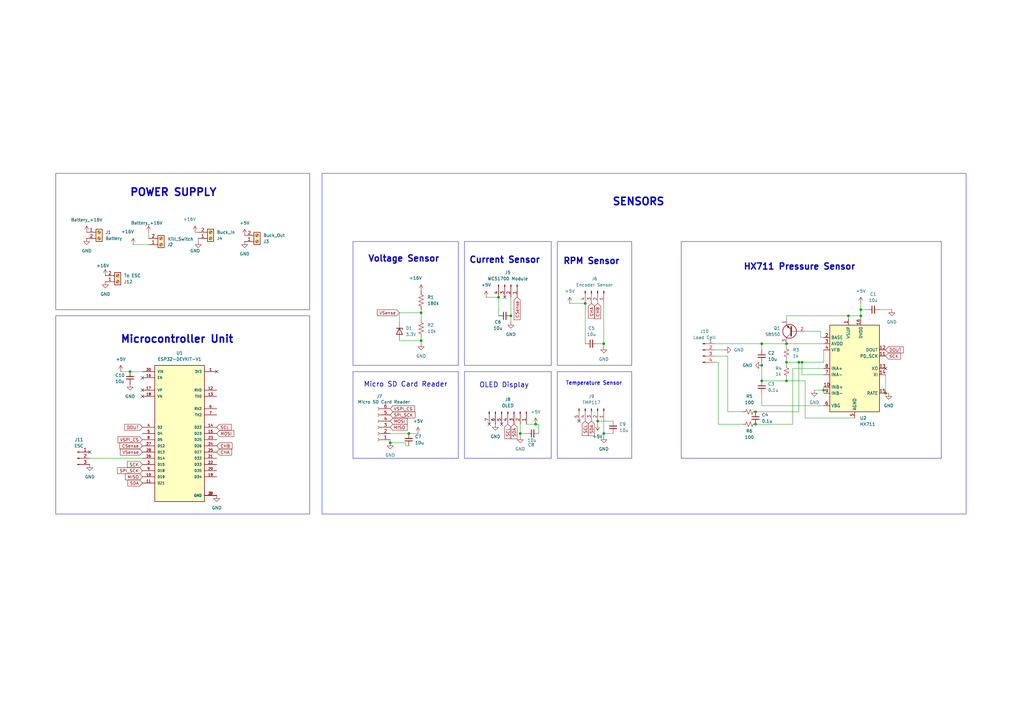
<source format=kicad_sch>
(kicad_sch (version 20250114) (generator "eeschema") (generator_version "9.0")
  (paper "A3")
  (lib_symbols
    (symbol "Analog_ADC:HX711"
      (property "Reference" "U" (at 5.08 21.59 0))
      (property "Value" "HX711" (at 7.62 19.05 0))
      (symbol "HX711_0_1"
        (rectangle (start -10.16 17.78) (end 10.16 -17.78) (stroke (width 0.254)) (fill (type background)))
      )
      (symbol "HX711_1_1"
        (pin passive line (at -12.7 12.7 0) (length 2.54) (name "BASE") (number "2"))
        (pin power_in line (at -12.7 10.16 0) (length 2.54) (name "AVDD") (number "3"))
        (pin input line (at -12.7 7.62 0) (length 2.54) (name "VFB") (number "4"))
        (pin input line (at -12.7 0 0) (length 2.54) (name "INA+") (number "8"))
        (pin input line (at -12.7 -2.54 0) (length 2.54) (name "INA-") (number "7"))
        (pin input line (at -12.7 -7.62 0) (length 2.54) (name "INB+") (number "10"))
        (pin input line (at -12.7 -10.16 0) (length 2.54) (name "INB-") (number "9"))
        (pin passive line (at -12.7 -15.24 0) (length 2.54) (name "VBG") (number "6"))
        (pin power_in line (at -2.54 20.32 270) (length 2.54) (name "VSUP") (number "1"))
        (pin power_in line (at 0 -20.32 90) (length 2.54) (name "AGND") (number "5"))
        (pin power_in line (at 2.54 20.32 270) (length 2.54) (name "DVDD") (number "16"))
        (pin output line (at 12.7 7.62 180) (length 2.54) (name "DOUT") (number "12"))
        (pin input line (at 12.7 5.08 180) (length 2.54) (name "PD_SCK") (number "11"))
        (pin passive line (at 12.7 0 180) (length 2.54) (name "XO") (number "13"))
        (pin passive line (at 12.7 -2.54 180) (length 2.54) (name "XI") (number "14"))
        (pin input line (at 12.7 -10.16 180) (length 2.54) (name "RATE") (number "15"))
      )
    )
    (symbol "Connector:Conn_01x03_Pin" (pin_names (offset 1.016) (hide yes))
      (property "Reference" "J" (at 0 5.08 0))
      (property "Value" "Conn_01x03_Pin" (at 0 -5.08 0))
      (symbol "Conn_01x03_Pin_1_1"
        (rectangle (start 0.8636 2.667) (end 0 2.413) (stroke (width 0.1524)) (fill (type outline)))
        (rectangle (start 0.8636 0.127) (end 0 -0.127) (stroke (width 0.1524)) (fill (type outline)))
        (rectangle (start 0.8636 -2.413) (end 0 -2.667) (stroke (width 0.1524)) (fill (type outline)))
        (polyline (pts (xy 1.27 2.54) (xy 0.8636 2.54)) (stroke (width 0.1524)))
        (polyline (pts (xy 1.27 0) (xy 0.8636 0)) (stroke (width 0.1524)))
        (polyline (pts (xy 1.27 -2.54) (xy 0.8636 -2.54)) (stroke (width 0.1524)))
        (pin passive line (at 5.08 2.54 180) (length 3.81) (name "Pin_1") (number "1"))
        (pin passive line (at 5.08 0 180) (length 3.81) (name "Pin_2") (number "2"))
        (pin passive line (at 5.08 -2.54 180) (length 3.81) (name "Pin_3") (number "3"))
      )
    )
    (symbol "Connector:Conn_01x04_Pin" (pin_names (offset 1.016) (hide yes))
      (property "Reference" "J" (at 0 5.08 0))
      (property "Value" "Conn_01x04_Pin" (at 0 -7.62 0))
      (symbol "Conn_01x04_Pin_1_1"
        (rectangle (start 0.8636 2.667) (end 0 2.413) (stroke (width 0.1524)) (fill (type outline)))
        (rectangle (start 0.8636 0.127) (end 0 -0.127) (stroke (width 0.1524)) (fill (type outline)))
        (rectangle (start 0.8636 -2.413) (end 0 -2.667) (stroke (width 0.1524)) (fill (type outline)))
        (rectangle (start 0.8636 -4.953) (end 0 -5.207) (stroke (width 0.1524)) (fill (type outline)))
        (polyline (pts (xy 1.27 2.54) (xy 0.8636 2.54)) (stroke (width 0.1524)))
        (polyline (pts (xy 1.27 0) (xy 0.8636 0)) (stroke (width 0.1524)))
        (polyline (pts (xy 1.27 -2.54) (xy 0.8636 -2.54)) (stroke (width 0.1524)))
        (polyline (pts (xy 1.27 -5.08) (xy 0.8636 -5.08)) (stroke (width 0.1524)))
        (pin passive line (at 5.08 2.54 180) (length 3.81) (name "Pin_1") (number "1"))
        (pin passive line (at 5.08 0 180) (length 3.81) (name "Pin_2") (number "2"))
        (pin passive line (at 5.08 -2.54 180) (length 3.81) (name "Pin_3") (number "3"))
        (pin passive line (at 5.08 -5.08 180) (length 3.81) (name "Pin_4") (number "4"))
      )
    )
    (symbol "Connector:Conn_01x05_Pin" (pin_names (offset 1.016) (hide yes))
      (property "Reference" "J" (at 0 7.62 0))
      (property "Value" "Conn_01x05_Pin" (at 0 -7.62 0))
      (symbol "Conn_01x05_Pin_1_1"
        (rectangle (start 0.8636 5.207) (end 0 4.953) (stroke (width 0.1524)) (fill (type outline)))
        (rectangle (start 0.8636 2.667) (end 0 2.413) (stroke (width 0.1524)) (fill (type outline)))
        (rectangle (start 0.8636 0.127) (end 0 -0.127) (stroke (width 0.1524)) (fill (type outline)))
        (rectangle (start 0.8636 -2.413) (end 0 -2.667) (stroke (width 0.1524)) (fill (type outline)))
        (rectangle (start 0.8636 -4.953) (end 0 -5.207) (stroke (width 0.1524)) (fill (type outline)))
        (polyline (pts (xy 1.27 5.08) (xy 0.8636 5.08)) (stroke (width 0.1524)))
        (polyline (pts (xy 1.27 2.54) (xy 0.8636 2.54)) (stroke (width 0.1524)))
        (polyline (pts (xy 1.27 0) (xy 0.8636 0)) (stroke (width 0.1524)))
        (polyline (pts (xy 1.27 -2.54) (xy 0.8636 -2.54)) (stroke (width 0.1524)))
        (polyline (pts (xy 1.27 -5.08) (xy 0.8636 -5.08)) (stroke (width 0.1524)))
        (pin passive line (at 5.08 5.08 180) (length 3.81) (name "Pin_1") (number "1"))
        (pin passive line (at 5.08 2.54 180) (length 3.81) (name "Pin_2") (number "2"))
        (pin passive line (at 5.08 0 180) (length 3.81) (name "Pin_3") (number "3"))
        (pin passive line (at 5.08 -2.54 180) (length 3.81) (name "Pin_4") (number "4"))
        (pin passive line (at 5.08 -5.08 180) (length 3.81) (name "Pin_5") (number "5"))
      )
    )
    (symbol "Connector:Conn_01x06_Socket" (pin_names (offset 1.016) (hide yes))
      (property "Reference" "J" (at 0 7.62 0))
      (property "Value" "Conn_01x06_Socket" (at 0 -10.16 0))
      (symbol "Conn_01x06_Socket_1_1"
        (polyline (pts (xy -1.27 5.08) (xy -0.508 5.08)) (stroke (width 0.1524)))
        (polyline (pts (xy -1.27 2.54) (xy -0.508 2.54)) (stroke (width 0.1524)))
        (polyline (pts (xy -1.27 0) (xy -0.508 0)) (stroke (width 0.1524)))
        (polyline (pts (xy -1.27 -2.54) (xy -0.508 -2.54)) (stroke (width 0.1524)))
        (polyline (pts (xy -1.27 -5.08) (xy -0.508 -5.08)) (stroke (width 0.1524)))
        (polyline (pts (xy -1.27 -7.62) (xy -0.508 -7.62)) (stroke (width 0.1524)))
        (arc (start 0 4.572) (mid -0.5058 5.08) (end 0 5.588) (stroke (width 0.1524)))
        (arc (start 0 2.032) (mid -0.5058 2.54) (end 0 3.048) (stroke (width 0.1524)))
        (arc (start 0 -0.508) (mid -0.5058 0) (end 0 0.508) (stroke (width 0.1524)))
        (arc (start 0 -3.048) (mid -0.5058 -2.54) (end 0 -2.032) (stroke (width 0.1524)))
        (arc (start 0 -5.588) (mid -0.5058 -5.08) (end 0 -4.572) (stroke (width 0.1524)))
        (arc (start 0 -8.128) (mid -0.5058 -7.62) (end 0 -7.112) (stroke (width 0.1524)))
        (pin passive line (at -5.08 5.08 0) (length 3.81) (name "Pin_1") (number "1"))
        (pin passive line (at -5.08 2.54 0) (length 3.81) (name "Pin_2") (number "2"))
        (pin passive line (at -5.08 0 0) (length 3.81) (name "Pin_3") (number "3"))
        (pin passive line (at -5.08 -2.54 0) (length 3.81) (name "Pin_4") (number "4"))
        (pin passive line (at -5.08 -5.08 0) (length 3.81) (name "Pin_5") (number "5"))
        (pin passive line (at -5.08 -7.62 0) (length 3.81) (name "Pin_6") (number "6"))
      )
    )
    (symbol "Connector:Conn_01x07_Pin" (pin_names (offset 1.016) (hide yes))
      (property "Reference" "J" (at 0 10.16 0))
      (property "Value" "Conn_01x07_Pin" (at 0 -10.16 0))
      (symbol "Conn_01x07_Pin_1_1"
        (rectangle (start 0.8636 7.747) (end 0 7.493) (stroke (width 0.1524)) (fill (type outline)))
        (rectangle (start 0.8636 5.207) (end 0 4.953) (stroke (width 0.1524)) (fill (type outline)))
        (rectangle (start 0.8636 2.667) (end 0 2.413) (stroke (width 0.1524)) (fill (type outline)))
        (rectangle (start 0.8636 0.127) (end 0 -0.127) (stroke (width 0.1524)) (fill (type outline)))
        (rectangle (start 0.8636 -2.413) (end 0 -2.667) (stroke (width 0.1524)) (fill (type outline)))
        (rectangle (start 0.8636 -4.953) (end 0 -5.207) (stroke (width 0.1524)) (fill (type outline)))
        (rectangle (start 0.8636 -7.493) (end 0 -7.747) (stroke (width 0.1524)) (fill (type outline)))
        (polyline (pts (xy 1.27 7.62) (xy 0.8636 7.62)) (stroke (width 0.1524)))
        (polyline (pts (xy 1.27 5.08) (xy 0.8636 5.08)) (stroke (width 0.1524)))
        (polyline (pts (xy 1.27 2.54) (xy 0.8636 2.54)) (stroke (width 0.1524)))
        (polyline (pts (xy 1.27 0) (xy 0.8636 0)) (stroke (width 0.1524)))
        (polyline (pts (xy 1.27 -2.54) (xy 0.8636 -2.54)) (stroke (width 0.1524)))
        (polyline (pts (xy 1.27 -5.08) (xy 0.8636 -5.08)) (stroke (width 0.1524)))
        (polyline (pts (xy 1.27 -7.62) (xy 0.8636 -7.62)) (stroke (width 0.1524)))
        (pin passive line (at 5.08 7.62 180) (length 3.81) (name "Pin_1") (number "1"))
        (pin passive line (at 5.08 5.08 180) (length 3.81) (name "Pin_2") (number "2"))
        (pin passive line (at 5.08 2.54 180) (length 3.81) (name "Pin_3") (number "3"))
        (pin passive line (at 5.08 0 180) (length 3.81) (name "Pin_4") (number "4"))
        (pin passive line (at 5.08 -2.54 180) (length 3.81) (name "Pin_5") (number "5"))
        (pin passive line (at 5.08 -5.08 180) (length 3.81) (name "Pin_6") (number "6"))
        (pin passive line (at 5.08 -7.62 180) (length 3.81) (name "Pin_7") (number "7"))
      )
    )
    (symbol "Connector:Screw_Terminal_01x02" (pin_names (offset 1.016) (hide yes))
      (property "Reference" "J" (at 0 2.54 0))
      (property "Value" "Screw_Terminal_01x02" (at 0 -5.08 0))
      (symbol "Screw_Terminal_01x02_1_1"
        (rectangle (start -1.27 1.27) (end 1.27 -3.81) (stroke (width 0.254)) (fill (type background)))
        (polyline (pts (xy -0.5334 0.3302) (xy 0.3302 -0.508)) (stroke (width 0.1524)))
        (polyline (pts (xy -0.5334 -2.2098) (xy 0.3302 -3.048)) (stroke (width 0.1524)))
        (polyline (pts (xy -0.3556 0.508) (xy 0.508 -0.3302)) (stroke (width 0.1524)))
        (polyline (pts (xy -0.3556 -2.032) (xy 0.508 -2.8702)) (stroke (width 0.1524)))
        (circle (center 0 0) (radius 0.635) (stroke (width 0.1524)))
        (circle (center 0 -2.54) (radius 0.635) (stroke (width 0.1524)))
        (pin passive line (at -5.08 0 0) (length 3.81) (name "Pin_1") (number "1"))
        (pin passive line (at -5.08 -2.54 0) (length 3.81) (name "Pin_2") (number "2"))
      )
    )
    (symbol "Device:C_Small" (pin_numbers (hide yes)) (pin_names (offset 0.254) (hide yes))
      (property "Reference" "C" (at 0.254 1.778 0))
      (property "Value" "C_Small" (at 0.254 -2.032 0))
      (symbol "C_Small_0_1"
        (polyline (pts (xy -1.524 0.508) (xy 1.524 0.508)) (stroke (width 0.3048)))
        (polyline (pts (xy -1.524 -0.508) (xy 1.524 -0.508)) (stroke (width 0.3302)))
      )
      (symbol "C_Small_1_1"
        (pin passive line (at 0 2.54 270) (length 2.032) (name "~") (number "1"))
        (pin passive line (at 0 -2.54 90) (length 2.032) (name "~") (number "2"))
      )
    )
    (symbol "Device:R_Small_US" (pin_numbers (hide yes)) (pin_names (offset 0.254) (hide yes))
      (property "Reference" "R" (at 0.762 0.508 0))
      (property "Value" "R_Small_US" (at 0.762 -1.016 0))
      (symbol "R_Small_US_1_1"
        (polyline (pts (xy 0 1.524) (xy 1.016 1.143) (xy 0 0.762) (xy -1.016 0.381) (xy 0 0)))
        (polyline (pts (xy 0 0) (xy 1.016 -0.381) (xy 0 -0.762) (xy -1.016 -1.143) (xy 0 -1.524)))
        (pin passive line (at 0 2.54 270) (length 1.016) (name "~") (number "1"))
        (pin passive line (at 0 -2.54 90) (length 1.016) (name "~") (number "2"))
      )
    )
    (symbol "Device:R_US" (pin_numbers (hide yes)) (pin_names (offset 0))
      (property "Reference" "R" (at 2.54 0 90))
      (property "Value" "R_US" (at -2.54 0 90))
      (symbol "R_US_0_1"
        (polyline (pts (xy 0 2.286) (xy 0 2.54)))
        (polyline (pts (xy 0 2.286) (xy 1.016 1.905) (xy 0 1.524) (xy -1.016 1.143) (xy 0 0.762)))
        (polyline (pts (xy 0 0.762) (xy 1.016 0.381) (xy 0 0) (xy -1.016 -0.381) (xy 0 -0.762)))
        (polyline (pts (xy 0 -0.762) (xy 1.016 -1.143) (xy 0 -1.524) (xy -1.016 -1.905) (xy 0 -2.286)))
        (polyline (pts (xy 0 -2.286) (xy 0 -2.54)))
      )
      (symbol "R_US_1_1"
        (pin passive line (at 0 3.81 270) (length 1.27) (name "~") (number "1"))
        (pin passive line (at 0 -3.81 90) (length 1.27) (name "~") (number "2"))
      )
    )
    (symbol "Diode:ZPDxx" (pin_numbers (hide yes)) (pin_names (hide yes))
      (property "Reference" "D" (at 0 2.54 0))
      (property "Value" "ZPDxx" (at 0 -2.54 0))
      (symbol "ZPDxx_0_1"
        (polyline (pts (xy -1.27 -1.27) (xy -1.27 1.27) (xy -0.762 1.27)) (stroke (width 0.254)))
        (polyline (pts (xy 1.27 0) (xy -1.27 0)))
        (polyline (pts (xy 1.27 -1.27) (xy 1.27 1.27) (xy -1.27 0) (xy 1.27 -1.27)) (stroke (width 0.254)))
      )
      (symbol "ZPDxx_1_1"
        (pin passive line (at -3.81 0 0) (length 2.54) (name "K") (number "1"))
        (pin passive line (at 3.81 0 180) (length 2.54) (name "A") (number "2"))
      )
    )
    (symbol "ESP32-DEVKIT-V1:ESP32-DEVKIT-V1" (pin_names (offset 1.016))
      (property "Reference" "U" (at -10.16 30.48 0))
      (property "Value" "ESP32-DEVKIT-V1" (at -10.16 -30.48 0))
      (symbol "ESP32-DEVKIT-V1_0_0"
        (rectangle (start -10.16 -27.94) (end 10.16 27.94) (stroke (width 0.254)) (fill (type background)))
        (pin input line (at -15.24 25.4 0) (length 5.08) (name "VIN") (number "30"))
        (pin input line (at -15.24 22.86 0) (length 5.08) (name "EN") (number "16"))
        (pin bidirectional line (at -15.24 17.78 0) (length 5.08) (name "VP") (number "17"))
        (pin bidirectional line (at -15.24 15.24 0) (length 5.08) (name "VN") (number "18"))
        (pin bidirectional line (at -15.24 2.54 0) (length 5.08) (name "D2") (number "4"))
        (pin bidirectional line (at -15.24 0 0) (length 5.08) (name "D4") (number "5"))
        (pin bidirectional line (at -15.24 -2.54 0) (length 5.08) (name "D5") (number "8"))
        (pin bidirectional line (at -15.24 -5.08 0) (length 5.08) (name "D12") (number "27"))
        (pin bidirectional line (at -15.24 -7.62 0) (length 5.08) (name "D13") (number "28"))
        (pin bidirectional line (at -15.24 -10.16 0) (length 5.08) (name "D14") (number "26"))
        (pin bidirectional line (at -15.24 -12.7 0) (length 5.08) (name "D15") (number "3"))
        (pin bidirectional line (at -15.24 -15.24 0) (length 5.08) (name "D18") (number "9"))
        (pin bidirectional line (at -15.24 -17.78 0) (length 5.08) (name "D19") (number "10"))
        (pin bidirectional line (at -15.24 -20.32 0) (length 5.08) (name "D21") (number "11"))
        (pin output line (at 15.24 25.4 180) (length 5.08) (name "3V3") (number "1"))
        (pin input line (at 15.24 17.78 180) (length 5.08) (name "RX0") (number "12"))
        (pin output line (at 15.24 15.24 180) (length 5.08) (name "TX0") (number "13"))
        (pin input line (at 15.24 10.16 180) (length 5.08) (name "RX2") (number "6"))
        (pin output line (at 15.24 7.62 180) (length 5.08) (name "TX2") (number "7"))
        (pin bidirectional line (at 15.24 2.54 180) (length 5.08) (name "D22") (number "14"))
        (pin bidirectional line (at 15.24 0 180) (length 5.08) (name "D23") (number "15"))
        (pin bidirectional line (at 15.24 -2.54 180) (length 5.08) (name "D25") (number "23"))
        (pin bidirectional line (at 15.24 -5.08 180) (length 5.08) (name "D26") (number "24"))
        (pin bidirectional line (at 15.24 -7.62 180) (length 5.08) (name "D27") (number "25"))
        (pin bidirectional line (at 15.24 -10.16 180) (length 5.08) (name "D32") (number "21"))
        (pin bidirectional line (at 15.24 -12.7 180) (length 5.08) (name "D33") (number "22"))
        (pin bidirectional line (at 15.24 -15.24 180) (length 5.08) (name "D35") (number "20"))
        (pin bidirectional line (at 15.24 -17.78 180) (length 5.08) (name "D34") (number "19"))
        (pin power_in line (at 15.24 -25.4 180) (length 5.08) (name "GND") (number "2"))
        (pin power_in line (at 15.24 -25.4 180) (length 5.08) (name "GND") (number "29"))
      )
    )
    (symbol "Transistor_BJT:S8550" (pin_names (offset 0) (hide yes))
      (property "Reference" "Q" (at 5.08 1.905 0))
      (property "Value" "S8550" (at 5.08 0 0))
      (symbol "S8550_0_1"
        (polyline (pts (xy -2.54 0) (xy 0.635 0)))
        (polyline (pts (xy 0.635 1.905) (xy 0.635 -1.905)) (stroke (width 0.508)))
        (polyline (pts (xy 0.635 0.635) (xy 2.54 2.54)))
        (polyline (pts (xy 0.635 -0.635) (xy 2.54 -2.54)))
        (circle (center 1.27 0) (radius 2.8194) (stroke (width 0.254)))
        (polyline (pts (xy 2.286 -1.778) (xy 1.778 -2.286) (xy 1.27 -1.27) (xy 2.286 -1.778)) (fill (type outline)))
      )
      (symbol "S8550_1_1"
        (pin input line (at -5.08 0 0) (length 2.54) (name "B") (number "2"))
        (pin passive line (at 2.54 5.08 270) (length 2.54) (name "C") (number "3"))
        (pin passive line (at 2.54 -5.08 90) (length 2.54) (name "E") (number "1"))
      )
    )
    (symbol "power:+15V" (power) (pin_numbers (hide yes)) (pin_names (offset 0) (hide yes))
      (property "Value" "+15V" (at 0 3.556 0))
      (symbol "+15V_0_1"
        (polyline (pts (xy -0.762 1.27) (xy 0 2.54)))
        (polyline (pts (xy 0 2.54) (xy 0.762 1.27)))
        (polyline (pts (xy 0 0) (xy 0 2.54)))
      )
      (symbol "+15V_1_1"
        (pin power_in line (at 0 0 90) (length 0) (name "~") (number "1"))
      )
    )
    (symbol "power:+5V" (power) (pin_numbers (hide yes)) (pin_names (offset 0) (hide yes))
      (property "Value" "+5V" (at 0 3.556 0))
      (symbol "+5V_0_1"
        (polyline (pts (xy -0.762 1.27) (xy 0 2.54)))
        (polyline (pts (xy 0 2.54) (xy 0.762 1.27)))
        (polyline (pts (xy 0 0) (xy 0 2.54)))
      )
      (symbol "+5V_1_1"
        (pin power_in line (at 0 0 90) (length 0) (name "~") (number "1"))
      )
    )
    (symbol "power:GND" (power) (pin_numbers (hide yes)) (pin_names (offset 0) (hide yes))
      (property "Value" "GND" (at 0 -3.81 0))
      (symbol "GND_0_1"
        (polyline (pts (xy 0 0) (xy 0 -1.27) (xy 1.27 -1.27) (xy 0 -2.54) (xy -1.27 -1.27) (xy 0 -1.27)))
      )
      (symbol "GND_1_1"
        (pin power_in line (at 0 0 270) (length 0) (name "~") (number "1"))
      )
    )
  )
  (rectangle (start 144.78 152.4) (end 187.96 187.96))
  (rectangle (start 132.08 71.12) (end 396.24 210.82))
  (rectangle (start 279.4 99.06) (end 386.08 187.96))
  (rectangle (start 190.5 152.4) (end 226.06 187.96))
  (rectangle (start 228.6 99.06) (end 259.08 149.86))
  (rectangle (start 190.5 99.06) (end 226.06 149.86))
  (rectangle (start 22.86 71.12) (end 127 127))
  (rectangle (start 22.86 129.54) (end 127 210.82))
  (rectangle (start 144.78 99.06) (end 187.96 149.86))
  (rectangle (start 228.6 152.4) (end 259.08 187.96))
  (text "Temperature Sensor" (at 243.586 157.226 0) (effects (font (size 1.524 1.524) (thickness 0.254) (bold yes))))
  (text "Microcontroller Unit" (at 72.644 139.192 0) (effects (font (size 3.048 3.048) (thickness 0.6096) (bold yes))))
  (text "SENSORS" (at 261.874 82.804 0) (effects (font (size 3.048 3.048) (thickness 0.6096) (bold yes))))
  (text "OLED Display" (at 206.756 157.988 0) (effects (font (size 2.032 2.032) (thickness 0.254) (bold yes))))
  (text "HX711 Pressure Sensor" (at 327.914 109.474 0) (effects (font (size 2.54 2.54) (thickness 0.508) (bold yes))))
  (text "Micro SD Card Reader" (at 166.37 157.734 0) (effects (font (size 2.032 2.032) (thickness 0.254) (bold yes))))
  (text "RPM Sensor" (at 242.57 107.188 0) (effects (font (size 2.54 2.54) (thickness 0.508) (bold yes))))
  (text "POWER SUPPLY" (at 71.12 78.994 0) (effects (font (size 3.048 3.048) (thickness 0.6096) (bold yes))))
  (text "Current Sensor" (at 207.01 106.68 0) (effects (font (size 2.54 2.54) (thickness 0.508) (bold yes))))
  (text "Voltage Sensor" (at 165.608 106.172 0) (effects (font (size 2.54 2.54) (thickness 0.508) (bold yes))))
  (junction (at 312.42 156.21))
  (junction (at 204.47 121.92))
  (junction (at 247.65 140.97))
  (junction (at 328.93 148.59))
  (junction (at 172.72 139.7))
  (junction (at 327.66 148.59))
  (junction (at 245.11 172.72))
  (junction (at 322.58 148.59))
  (junction (at 172.72 128.27))
  (junction (at 347.98 129.54))
  (junction (at 309.88 168.91))
  (junction (at 353.06 127))
  (junction (at 209.55 129.54))
  (junction (at 53.34 152.4))
  (junction (at 309.88 173.99))
  (junction (at 213.36 177.8))
  (junction (at 219.71 173.99))
  (junction (at 160.02 181.61))
  (junction (at 167.64 177.8))
  (junction (at 353.06 129.54))
  (junction (at 240.03 124.46))
  (junction (at 322.58 140.97))
  (junction (at 322.58 156.21))
  (junction (at 363.22 161.29))
  (junction (at 247.65 177.8))
  (junction (at 337.82 160.02))
  (junction (at 312.42 140.97))
  (junction (at 312.42 149.86))
  (no_connect (at 205.74 173.99))
  (no_connect (at 88.9 152.4))
  (no_connect (at 200.66 173.99))
  (no_connect (at 58.42 160.02))
  (no_connect (at 207.01 121.92))
  (no_connect (at 58.42 162.56))
  (no_connect (at 363.22 151.13))
  (no_connect (at 58.42 154.94))
  (no_connect (at 237.49 172.72))
  (no_connect (at 36.83 185.42))
  (wire (pts (xy 293.37 140.97) (xy 312.42 140.97)))
  (wire (pts (xy 355.6 127) (xy 353.06 127)))
  (wire (pts (xy 245.11 173.99) (xy 245.11 172.72)))
  (wire (pts (xy 322.58 140.97) (xy 337.82 140.97)))
  (wire (pts (xy 347.98 129.54) (xy 353.06 129.54)))
  (wire (pts (xy 166.37 181.61) (xy 160.02 181.61)))
  (wire (pts (xy 49.53 152.4) (xy 53.34 152.4)))
  (wire (pts (xy 209.55 129.54) (xy 209.55 121.92)))
  (wire (pts (xy 350.52 171.45) (xy 330.2 171.45)))
  (wire (pts (xy 204.47 121.92) (xy 204.47 129.54)))
  (wire (pts (xy 245.11 140.97) (xy 247.65 140.97)))
  (wire (pts (xy 327.66 148.59) (xy 327.66 168.91)))
  (wire (pts (xy 160.02 180.34) (xy 160.02 181.61)))
  (wire (pts (xy 166.37 182.88) (xy 167.64 182.88)))
  (wire (pts (xy 298.45 168.91) (xy 304.8 168.91)))
  (wire (pts (xy 240.03 124.46) (xy 240.03 140.97)))
  (wire (pts (xy 233.68 124.46) (xy 240.03 124.46)))
  (wire (pts (xy 213.36 177.8) (xy 215.9 177.8)))
  (wire (pts (xy 322.58 149.86) (xy 322.58 148.59)))
  (wire (pts (xy 58.42 187.96) (xy 36.83 187.96)))
  (wire (pts (xy 247.65 177.8) (xy 251.46 177.8)))
  (wire (pts (xy 293.37 146.05) (xy 298.45 146.05)))
  (wire (pts (xy 167.64 177.8) (xy 160.02 177.8)))
  (wire (pts (xy 163.83 139.7) (xy 172.72 139.7)))
  (wire (pts (xy 312.42 161.29) (xy 312.42 166.37)))
  (wire (pts (xy 172.72 139.7) (xy 172.72 138.43)))
  (wire (pts (xy 294.64 148.59) (xy 293.37 148.59)))
  (wire (pts (xy 172.72 128.27) (xy 172.72 130.81)))
  (wire (pts (xy 312.42 149.86) (xy 312.42 156.21)))
  (wire (pts (xy 336.55 138.43) (xy 337.82 138.43)))
  (wire (pts (xy 336.55 135.89) (xy 336.55 138.43)))
  (wire (pts (xy 322.58 129.54) (xy 347.98 129.54)))
  (wire (pts (xy 247.65 142.24) (xy 247.65 140.97)))
  (wire (pts (xy 312.42 156.21) (xy 322.58 156.21)))
  (wire (pts (xy 327.66 148.59) (xy 322.58 148.59)))
  (wire (pts (xy 163.83 128.27) (xy 172.72 128.27)))
  (wire (pts (xy 247.65 177.8) (xy 247.65 172.72)))
  (wire (pts (xy 353.06 124.46) (xy 353.06 127)))
  (wire (pts (xy 328.93 148.59) (xy 327.66 148.59)))
  (wire (pts (xy 328.93 153.67) (xy 337.82 153.67)))
  (wire (pts (xy 220.98 177.8) (xy 220.98 173.99)))
  (wire (pts (xy 312.42 143.51) (xy 312.42 140.97)))
  (wire (pts (xy 325.12 151.13) (xy 325.12 173.99)))
  (wire (pts (xy 334.01 160.02) (xy 337.82 160.02)))
  (wire (pts (xy 360.68 127) (xy 365.76 127)))
  (wire (pts (xy 220.98 173.99) (xy 219.71 173.99)))
  (wire (pts (xy 337.82 148.59) (xy 328.93 148.59)))
  (wire (pts (xy 209.55 132.08) (xy 209.55 129.54)))
  (wire (pts (xy 330.2 171.45) (xy 330.2 156.21)))
  (wire (pts (xy 213.36 179.07) (xy 213.36 177.8)))
  (wire (pts (xy 247.65 179.07) (xy 247.65 177.8)))
  (wire (pts (xy 337.82 158.75) (xy 337.82 160.02)))
  (wire (pts (xy 325.12 173.99) (xy 309.88 173.99)))
  (wire (pts (xy 353.06 129.54) (xy 353.06 130.81)))
  (wire (pts (xy 337.82 143.51) (xy 337.82 148.59)))
  (wire (pts (xy 330.2 135.89) (xy 336.55 135.89)))
  (wire (pts (xy 80.01 95.25) (xy 81.28 95.25)))
  (wire (pts (xy 213.36 177.8) (xy 213.36 173.99)))
  (wire (pts (xy 163.83 128.27) (xy 163.83 132.08)))
  (wire (pts (xy 247.65 140.97) (xy 247.65 124.46)))
  (wire (pts (xy 171.45 177.8) (xy 167.64 177.8)))
  (wire (pts (xy 294.64 173.99) (xy 304.8 173.99)))
  (wire (pts (xy 312.42 148.59) (xy 312.42 149.86)))
  (wire (pts (xy 322.58 142.24) (xy 322.58 140.97)))
  (wire (pts (xy 81.28 97.79) (xy 81.28 99.06)))
  (wire (pts (xy 337.82 151.13) (xy 325.12 151.13)))
  (wire (pts (xy 312.42 166.37) (xy 337.82 166.37)))
  (wire (pts (xy 364.49 161.29) (xy 363.22 161.29)))
  (wire (pts (xy 309.88 168.91) (xy 327.66 168.91)))
  (wire (pts (xy 347.98 129.54) (xy 347.98 130.81)))
  (wire (pts (xy 322.58 147.32) (xy 322.58 148.59)))
  (wire (pts (xy 337.82 160.02) (xy 337.82 161.29)))
  (wire (pts (xy 245.11 172.72) (xy 251.46 172.72)))
  (wire (pts (xy 294.64 148.59) (xy 294.64 173.99)))
  (wire (pts (xy 322.58 154.94) (xy 322.58 156.21)))
  (wire (pts (xy 172.72 127) (xy 172.72 128.27)))
  (wire (pts (xy 322.58 156.21) (xy 330.2 156.21)))
  (wire (pts (xy 60.96 95.25) (xy 60.96 97.79)))
  (wire (pts (xy 199.39 121.92) (xy 204.47 121.92)))
  (wire (pts (xy 298.45 146.05) (xy 298.45 168.91)))
  (wire (pts (xy 293.37 143.51) (xy 297.18 143.51)))
  (wire (pts (xy 53.34 152.4) (xy 58.42 152.4)))
  (wire (pts (xy 166.37 182.88) (xy 166.37 181.61)))
  (wire (pts (xy 363.22 153.67) (xy 363.22 161.29)))
  (wire (pts (xy 353.06 127) (xy 353.06 129.54)))
  (wire (pts (xy 172.72 140.97) (xy 172.72 139.7)))
  (wire (pts (xy 219.71 173.99) (xy 215.9 173.99)))
  (wire (pts (xy 60.96 100.33) (xy 54.61 100.33)))
  (wire (pts (xy 312.42 140.97) (xy 322.58 140.97)))
  (wire (pts (xy 322.58 130.81) (xy 322.58 129.54)))
  (wire (pts (xy 328.93 148.59) (xy 328.93 153.67)))
  (global_label "SCL" (shape input) (at 208.28 173.99 270) (effects (font (thickness 0.1588))) (property "Intersheetrefs" "${INTERSHEET_REFS}" (effects (hide yes))))
  (global_label "MOSI" (shape input) (at 160.02 172.72 0) (effects (font (thickness 0.1588))) (property "Intersheetrefs" "${INTERSHEET_REFS}" (effects (hide yes))))
  (global_label "SPI_SCK" (shape input) (at 58.42 193.04 180) (effects (font (thickness 0.1588))) (property "Intersheetrefs" "${INTERSHEET_REFS}" (effects (hide yes))))
  (global_label "SDA" (shape input) (at 58.42 198.12 180) (effects (font (thickness 0.1588))) (property "Intersheetrefs" "${INTERSHEET_REFS}" (effects (hide yes))))
  (global_label "CSense" (shape input) (at 58.42 182.88 180) (effects (font (thickness 0.1588))) (property "Intersheetrefs" "${INTERSHEET_REFS}" (effects (hide yes))))
  (global_label "CHA" (shape input) (at 242.57 124.46 270) (effects (font (thickness 0.1588))) (property "Intersheetrefs" "${INTERSHEET_REFS}" (effects (hide yes))))
  (global_label "CHB" (shape input) (at 88.9 182.88 0) (effects (font (thickness 0.1588))) (property "Intersheetrefs" "${INTERSHEET_REFS}" (effects (hide yes))))
  (global_label "VSense" (shape input) (at 163.83 128.27 180) (effects (font (thickness 0.1588))) (property "Intersheetrefs" "${INTERSHEET_REFS}" (effects (hide yes))))
  (global_label "DOUT" (shape input) (at 363.22 143.51 0) (effects (font (thickness 0.1588))) (property "Intersheetrefs" "${INTERSHEET_REFS}" (effects (hide yes))))
  (global_label "CSense" (shape input) (at 212.09 121.92 270) (effects (font (thickness 0.1588))) (property "Intersheetrefs" "${INTERSHEET_REFS}" (effects (hide yes))))
  (global_label "VSense" (shape input) (at 58.42 185.42 180) (effects (font (thickness 0.1588))) (property "Intersheetrefs" "${INTERSHEET_REFS}" (effects (hide yes))))
  (global_label "CHB" (shape input) (at 245.11 124.46 270) (effects (font (thickness 0.1588))) (property "Intersheetrefs" "${INTERSHEET_REFS}" (effects (hide yes))))
  (global_label "MOSI" (shape input) (at 88.9 177.8 0) (effects (font (thickness 0.1588))) (property "Intersheetrefs" "${INTERSHEET_REFS}" (effects (hide yes))))
  (global_label "SCK" (shape input) (at 58.42 190.5 180) (property "Intersheetrefs" "${INTERSHEET_REFS}" (effects (hide yes))))
  (global_label "SDA" (shape input) (at 210.82 173.99 270) (effects (font (thickness 0.1588))) (property "Intersheetrefs" "${INTERSHEET_REFS}" (effects (hide yes))))
  (global_label "CHA" (shape input) (at 88.9 185.42 0) (effects (font (thickness 0.1588))) (property "Intersheetrefs" "${INTERSHEET_REFS}" (effects (hide yes))))
  (global_label "MISO" (shape input) (at 160.02 175.26 0) (effects (font (thickness 0.1588))) (property "Intersheetrefs" "${INTERSHEET_REFS}" (effects (hide yes))))
  (global_label "MISO" (shape input) (at 58.42 195.58 180) (effects (font (thickness 0.1588))) (property "Intersheetrefs" "${INTERSHEET_REFS}" (effects (hide yes))))
  (global_label "SPI_SCK" (shape input) (at 160.02 170.18 0) (effects (font (thickness 0.1588))) (property "Intersheetrefs" "${INTERSHEET_REFS}" (effects (hide yes))))
  (global_label "VSPI_CS" (shape input) (at 160.02 167.64 0) (effects (font (thickness 0.1588))) (property "Intersheetrefs" "${INTERSHEET_REFS}" (effects (hide yes))))
  (global_label "SCK" (shape input) (at 363.22 146.05 0) (property "Intersheetrefs" "${INTERSHEET_REFS}" (effects (hide yes))))
  (global_label "DOUT" (shape input) (at 58.42 175.26 180) (effects (font (thickness 0.1588))) (property "Intersheetrefs" "${INTERSHEET_REFS}" (effects (hide yes))))
  (global_label "SCL" (shape input) (at 88.9 175.26 0) (effects (font (thickness 0.1588))) (property "Intersheetrefs" "${INTERSHEET_REFS}" (effects (hide yes))))
  (global_label "SDA" (shape input) (at 242.57 172.72 270) (effects (font (thickness 0.1588))) (property "Intersheetrefs" "${INTERSHEET_REFS}" (effects (hide yes))))
  (global_label "VSPI_CS" (shape input) (at 58.42 180.34 180) (effects (font (thickness 0.1588))) (property "Intersheetrefs" "${INTERSHEET_REFS}" (effects (hide yes))))
  (global_label "SCL" (shape input) (at 240.03 172.72 270) (effects (font (thickness 0.1588))) (property "Intersheetrefs" "${INTERSHEET_REFS}" (effects (hide yes))))
  (symbol (lib_id "Device:C_Small") (at 242.57 140.97 90) (unit 1)
    (property "Reference" "C5" (at 242.5763 134.62 90))
    (property "Value" "10u" (at 242.5763 137.16 90))
    (property "Footprint" "Capacitor_SMD:C_0805_2012Metric" (effects (hide yes)))
    (property "Description" "Unpolarized capacitor, small symbol" (effects (hide yes)))
  )
  (symbol (lib_id "Connector:Screw_Terminal_01x02") (at 105.41 99.06 0) (mirror x) (unit 1)
    (property "Reference" "J3" (at 107.95 99.0601 0) (effects (justify left)))
    (property "Value" "Buck_Out" (at 107.95 96.5201 0) (effects (justify left)))
    (property "Footprint" "Connector_AMASS:AMASS_XT60PW-M_1x02_P7.20mm_Horizontal" (effects (hide yes)))
    (property "Description" "Generic screw terminal, single row, 01x02, script generated (kicad-library-utils/schlib/autogen/connector/)" (effects (hide yes)))
  )
  (symbol (lib_id "power:+15V") (at 35.56 95.25 0) (unit 1)
    (property "Reference" "#PWR02" (effects (hide yes)))
    (property "Value" "Battery_+16V" (at 35.56 90.17 0))
    (property "Description" "Power symbol creates a global label with name \"+15V\"" (effects (hide yes)))
  )
  (symbol (lib_id "Connector:Conn_01x04_Pin") (at 245.11 119.38 270) (unit 1)
    (property "Reference" "J6" (at 243.84 114.3 90))
    (property "Value" "Encoder Sensor" (at 243.84 116.84 90))
    (property "Footprint" "Connector_JST:JST_XH_B4B-XH-A_1x04_P2.50mm_Vertical" (effects (hide yes)))
    (property "Description" "Generic connector, single row, 01x04, script generated" (effects (hide yes)))
  )
  (symbol (lib_id "Device:C_Small") (at 207.01 129.54 90) (unit 1)
    (property "Reference" "C6" (at 204.216 132.08 90))
    (property "Value" "10u" (at 204.216 134.62 90))
    (property "Footprint" "Capacitor_SMD:C_0805_2012Metric" (effects (hide yes)))
    (property "Description" "Unpolarized capacitor, small symbol" (effects (hide yes)))
  )
  (symbol (lib_id "Device:C_Small") (at 53.34 154.94 180) (unit 1)
    (property "Reference" "C10" (at 47.244 153.924 0) (effects (justify right)))
    (property "Value" "10u" (at 47.244 156.464 0) (effects (justify right)))
    (property "Footprint" "Capacitor_SMD:C_0805_2012Metric" (effects (hide yes)))
    (property "Description" "Unpolarized capacitor, small symbol" (effects (hide yes)))
  )
  (symbol (lib_id "power:+5V") (at 353.06 124.46 0) (unit 1)
    (property "Reference" "#PWR024" (effects (hide yes)))
    (property "Value" "+5V" (at 353.06 119.38 0))
    (property "Description" "Power symbol creates a global label with name \"+5V\"" (effects (hide yes)))
  )
  (symbol (lib_id "power:GND") (at 100.33 99.06 0) (unit 1)
    (property "Reference" "#PWR07" (effects (hide yes)))
    (property "Value" "GND" (at 100.33 104.14 0))
    (property "Description" "Power symbol creates a global label with name \"GND\" , ground" (effects (hide yes)))
  )
  (symbol (lib_id "Connector:Screw_Terminal_01x02") (at 86.36 97.79 0) (mirror x) (unit 1)
    (property "Reference" "J4" (at 88.9 97.7901 0) (effects (justify left)))
    (property "Value" "Buck_In" (at 88.9 95.2501 0) (effects (justify left)))
    (property "Footprint" "Connector_AMASS:AMASS_XT60PW-M_1x02_P7.20mm_Horizontal" (effects (hide yes)))
    (property "Description" "Generic screw terminal, single row, 01x02, script generated (kicad-library-utils/schlib/autogen/connector/)" (effects (hide yes)))
  )
  (symbol (lib_id "Device:C_Small") (at 167.64 180.34 180) (unit 1)
    (property "Reference" "C7" (at 170.18 179.0635 0) (effects (justify right)))
    (property "Value" "10u" (at 170.18 181.6035 0) (effects (justify right)))
    (property "Footprint" "Capacitor_SMD:C_0805_2012Metric" (effects (hide yes)))
    (property "Description" "Unpolarized capacitor, small symbol" (effects (hide yes)))
  )
  (symbol (lib_id "Transistor_BJT:S8550") (at 325.12 135.89 180) (unit 1)
    (property "Reference" "Q1" (at 320.04 134.6199 0) (effects (justify left)))
    (property "Value" "S8550" (at 320.04 137.1599 0) (effects (justify left)))
    (property "Footprint" "Package_TO_SOT_SMD:SOT-23" (effects (hide yes)))
    (property "Datasheet" "http://www.unisonic.com.tw/datasheet/S8550.pdf" (effects (hide yes)))
    (property "Description" "0.7A Ic, 20V Vce, Low Voltage High Current PNP Transistor, TO-92" (effects (hide yes)))
  )
  (symbol (lib_id "Device:R_US") (at 172.72 123.19 0) (unit 1)
    (property "Reference" "R1" (at 175.26 121.9199 0) (effects (justify left)))
    (property "Value" "180k" (at 175.26 124.4599 0) (effects (justify left)))
    (property "Footprint" "Resistor_SMD:R_0805_2012Metric" (effects (hide yes)))
    (property "Description" "Resistor, US symbol" (effects (hide yes)))
  )
  (symbol (lib_id "power:+5V") (at 100.33 96.52 0) (unit 1)
    (property "Reference" "#PWR05" (effects (hide yes)))
    (property "Value" "+5V" (at 100.33 91.44 0))
    (property "Description" "Power symbol creates a global label with name \"+5V\"" (effects (hide yes)))
  )
  (symbol (lib_id "power:GND") (at 160.02 181.61 0) (unit 1)
    (property "Reference" "#PWR017" (effects (hide yes)))
    (property "Value" "GND" (at 160.02 186.69 0))
    (property "Description" "Power symbol creates a global label with name \"GND\" , ground" (effects (hide yes)))
  )
  (symbol (lib_id "Connector:Conn_01x04_Pin") (at 288.29 143.51 0) (unit 1)
    (property "Reference" "J10" (at 288.925 135.89 0))
    (property "Value" "Load Cell" (at 288.925 138.43 0))
    (property "Footprint" "Connector_JST:JST_XH_B4B-XH-A_1x04_P2.50mm_Vertical" (effects (hide yes)))
    (property "Description" "Generic connector, single row, 01x04, script generated" (effects (hide yes)))
  )
  (symbol (lib_id "ESP32-DEVKIT-V1:ESP32-DEVKIT-V1") (at 73.66 177.8 0) (unit 1)
    (property "Reference" "U1" (at 73.66 144.78 0))
    (property "Value" "ESP32-DEVKIT-V1" (at 73.66 147.32 0))
    (property "Footprint" "Custom_Footprints:MODULE_ESP32_DEVKIT_V1" (effects (hide yes)))
    (property "MF" "Do it" (effects (hide yes)))
    (property "MAXIMUM_PACKAGE_HEIGHT" "6.8 mm" (effects (hide yes)))
    (property "Package" "None" (effects (hide yes)))
    (property "Price" "None" (effects (hide yes)))
    (property "Check_prices" "https://www.snapeda.com/parts/ESP32-DEVKIT-V1/Do+it/view-part/?ref=eda" (effects (hide yes)))
    (property "STANDARD" "Manufacturer Recommendations" (effects (hide yes)))
    (property "PARTREV" "N/A" (effects (hide yes)))
    (property "SnapEDA_Link" "https://www.snapeda.com/parts/ESP32-DEVKIT-V1/Do+it/view-part/?ref=snap" (effects (hide yes)))
    (property "MP" "ESP32-DEVKIT-V1" (effects (hide yes)))
    (property "Description_1" "Dual core, Wi-Fi: 2.4 GHz up to 150 Mbits/s,BLE (Bluetooth Low Energy) and legacy Bluetooth, 32 bits, Up to 240 MHz" (effects (hide yes)))
    (property "Availability" "Not in stock" (effects (hide yes)))
    (property "MANUFACTURER" "DOIT" (effects (hide yes)))
  )
  (symbol (lib_id "power:GND") (at 213.36 179.07 0) (unit 1)
    (property "Reference" "#PWR020" (effects (hide yes)))
    (property "Value" "GND" (at 213.36 184.15 0))
    (property "Description" "Power symbol creates a global label with name \"GND\" , ground" (effects (hide yes)))
  )
  (symbol (lib_id "power:GND") (at 43.18 115.57 0) (unit 1)
    (property "Reference" "#PWR032" (effects (hide yes)))
    (property "Value" "GND" (at 43.18 120.65 0))
    (property "Description" "Power symbol creates a global label with name \"GND\" , ground" (effects (hide yes)))
  )
  (symbol (lib_id "Device:C_Small") (at 251.46 175.26 180) (unit 1)
    (property "Reference" "C9" (at 254 173.9835 0) (effects (justify right)))
    (property "Value" "10u" (at 254 176.5235 0) (effects (justify right)))
    (property "Footprint" "Capacitor_SMD:C_0805_2012Metric" (effects (hide yes)))
    (property "Description" "Unpolarized capacitor, small symbol" (effects (hide yes)))
  )
  (symbol (lib_id "Connector:Screw_Terminal_01x02") (at 48.26 115.57 0) (mirror x) (unit 1)
    (property "Reference" "J12" (at 50.8 115.5701 0) (effects (justify left)))
    (property "Value" "To ESC" (at 50.8 113.0301 0) (effects (justify left)))
    (property "Footprint" "Connector_AMASS:AMASS_XT60PW-M_1x02_P7.20mm_Horizontal" (effects (hide yes)))
    (property "Description" "Generic screw terminal, single row, 01x02, script generated (kicad-library-utils/schlib/autogen/connector/)" (effects (hide yes)))
  )
  (symbol (lib_id "Analog_ADC:HX711") (at 350.52 151.13 0) (unit 1)
    (property "Reference" "U2" (at 352.6633 171.45 0) (effects (justify left)))
    (property "Value" "HX711" (at 352.6633 173.99 0) (effects (justify left)))
    (property "Footprint" "Package_SO:SOP-16_3.9x9.9mm_P1.27mm" (effects (hide yes)))
    (property "Datasheet" "https://web.archive.org/web/20220615044707/https://akizukidenshi.com/download/ds/avia/hx711.pdf" (effects (hide yes)))
    (property "Description" "24-Bit Analog-to-Digital Converter (ADC) for Weight Scales" (effects (hide yes)))
  )
  (symbol (lib_id "Device:C_Small") (at 309.88 171.45 0) (unit 1)
    (property "Reference" "C4" (at 312.42 170.18 0) (effects (justify left)))
    (property "Value" "0.1u" (at 312.42 172.72 0) (effects (justify left)))
    (property "Footprint" "Capacitor_SMD:C_0805_2012Metric" (effects (hide yes)))
    (property "Description" "Unpolarized capacitor, small symbol" (effects (hide yes)))
  )
  (symbol (lib_id "power:+5V") (at 199.39 121.92 0) (unit 1)
    (property "Reference" "#PWR012" (effects (hide yes)))
    (property "Value" "+5V" (at 199.39 116.84 0))
    (property "Description" "Power symbol creates a global label with name \"+5V\"" (effects (hide yes)))
  )
  (symbol (lib_id "power:GND") (at 53.34 157.48 0) (unit 1)
    (property "Reference" "#PWR033" (effects (hide yes)))
    (property "Value" "GND" (at 53.34 162.56 0))
    (property "Description" "Power symbol creates a global label with name \"GND\" , ground" (effects (hide yes)))
  )
  (symbol (lib_id "Device:C_Small") (at 358.14 127 90) (unit 1)
    (property "Reference" "C1" (at 358.1463 120.65 90))
    (property "Value" "10u" (at 358.1463 123.19 90))
    (property "Footprint" "Capacitor_SMD:C_0805_2012Metric" (effects (hide yes)))
    (property "Description" "Unpolarized capacitor, small symbol" (effects (hide yes)))
  )
  (symbol (lib_id "Device:R_Small_US") (at 307.34 168.91 90) (unit 1)
    (property "Reference" "R5" (at 307.34 162.56 90))
    (property "Value" "100" (at 307.34 165.1 90))
    (property "Footprint" "Resistor_SMD:R_0805_2012Metric" (effects (hide yes)))
    (property "Description" "Resistor, small US symbol" (effects (hide yes)))
  )
  (symbol (lib_id "power:GND") (at 36.83 190.5 0) (unit 1)
    (property "Reference" "#PWR029" (effects (hide yes)))
    (property "Value" "GND" (at 36.83 195.58 0))
    (property "Description" "Power symbol creates a global label with name \"GND\" , ground" (effects (hide yes)))
  )
  (symbol (lib_id "power:GND") (at 297.18 143.51 90) (unit 1)
    (property "Reference" "#PWR028" (effects (hide yes)))
    (property "Value" "GND" (at 300.99 143.5099 90) (effects (justify right)))
    (property "Description" "Power symbol creates a global label with name \"GND\" , ground" (effects (hide yes)))
  )
  (symbol (lib_id "power:GND") (at 247.65 179.07 0) (unit 1)
    (property "Reference" "#PWR022" (effects (hide yes)))
    (property "Value" "GND" (at 247.65 184.15 0))
    (property "Description" "Power symbol creates a global label with name \"GND\" , ground" (effects (hide yes)))
  )
  (symbol (lib_id "power:+15V") (at 43.18 113.03 0) (unit 1)
    (property "Reference" "#PWR031" (effects (hide yes)))
    (property "Value" "+16V" (at 42.164 108.966 0))
    (property "Description" "Power symbol creates a global label with name \"+15V\"" (effects (hide yes)))
  )
  (symbol (lib_id "power:GND") (at 209.55 132.08 0) (unit 1)
    (property "Reference" "#PWR011" (effects (hide yes)))
    (property "Value" "GND" (at 209.55 137.16 0))
    (property "Description" "Power symbol creates a global label with name \"GND\" , ground" (effects (hide yes)))
  )
  (symbol (lib_id "power:GND") (at 334.01 160.02 0) (unit 1)
    (property "Reference" "#PWR027" (effects (hide yes)))
    (property "Value" "GND" (at 334.01 165.1 0))
    (property "Description" "Power symbol creates a global label with name \"GND\" , ground" (effects (hide yes)))
  )
  (symbol (lib_id "Connector:Conn_01x03_Pin") (at 31.75 187.96 0) (unit 1)
    (property "Reference" "J11" (at 32.385 180.34 0))
    (property "Value" "ESC" (at 32.385 182.88 0))
    (property "Footprint" "Connector_JST:JST_XH_B3B-XH-A_1x03_P2.50mm_Vertical" (effects (hide yes)))
    (property "Description" "Generic connector, single row, 01x03, script generated" (effects (hide yes)))
  )
  (symbol (lib_id "Diode:ZPDxx") (at 163.83 135.89 270) (unit 1)
    (property "Reference" "D1" (at 166.37 134.6199 90) (effects (justify left)))
    (property "Value" "3.3V" (at 166.37 137.1599 90) (effects (justify left)))
    (property "Footprint" "Diode_SMD:D_0805_2012Metric" (effects (hide yes)))
    (property "Datasheet" "http://diotec.com/tl_files/diotec/files/pdf/datasheets/zpd1" (effects (hide yes)))
    (property "Description" "500mW Zener Diode, DO-35" (effects (hide yes)))
  )
  (symbol (lib_id "Connector:Conn_01x04_Pin") (at 209.55 116.84 270) (unit 1)
    (property "Reference" "J5" (at 208.28 111.76 90))
    (property "Value" "WCS1700 Module" (at 208.28 114.3 90))
    (property "Footprint" "Connector_JST:JST_XH_B4B-XH-A_1x04_P2.50mm_Vertical" (effects (hide yes)))
    (property "Description" "Generic connector, single row, 01x04, script generated" (effects (hide yes)))
  )
  (symbol (lib_id "power:+5V") (at 219.71 173.99 0) (unit 1)
    (property "Reference" "#PWR021" (effects (hide yes)))
    (property "Value" "+5V" (at 219.71 168.91 0))
    (property "Description" "Power symbol creates a global label with name \"+5V\"" (effects (hide yes)))
  )
  (symbol (lib_id "power:GND") (at 364.49 161.29 0) (unit 1)
    (property "Reference" "#PWR030" (effects (hide yes)))
    (property "Value" "GND" (at 364.49 166.37 0))
    (property "Description" "Power symbol creates a global label with name \"GND\" , ground" (effects (hide yes)))
  )
  (symbol (lib_id "power:+15V") (at 172.72 119.38 0) (unit 1)
    (property "Reference" "#PWR09" (effects (hide yes)))
    (property "Value" "+16V" (at 170.434 114.046 0))
    (property "Description" "Power symbol creates a global label with name \"+15V\"" (effects (hide yes)))
  )
  (symbol (lib_id "Device:R_Small_US") (at 322.58 152.4 0) (unit 1)
    (property "Reference" "R4" (at 318.008 151.1299 0) (effects (justify left)))
    (property "Value" "1k" (at 318.008 153.416 0) (effects (justify left)))
    (property "Footprint" "Resistor_SMD:R_0805_2012Metric" (effects (hide yes)))
    (property "Description" "Resistor, small US symbol" (effects (hide yes)))
  )
  (symbol (lib_id "power:+5V") (at 233.68 124.46 0) (unit 1)
    (property "Reference" "#PWR016" (effects (hide yes)))
    (property "Value" "+5V" (at 233.68 119.38 0))
    (property "Description" "Power symbol creates a global label with name \"+5V\"" (effects (hide yes)))
  )
  (symbol (lib_id "power:GND") (at 35.56 97.79 0) (unit 1)
    (property "Reference" "#PWR01" (effects (hide yes)))
    (property "Value" "GND" (at 35.56 102.87 0))
    (property "Description" "Power symbol creates a global label with name \"GND\" , ground" (effects (hide yes)))
  )
  (symbol (lib_id "power:GND") (at 172.72 140.97 0) (unit 1)
    (property "Reference" "#PWR010" (effects (hide yes)))
    (property "Value" "GND" (at 172.72 146.05 0))
    (property "Description" "Power symbol creates a global label with name \"GND\" , ground" (effects (hide yes)))
  )
  (symbol (lib_id "power:+5V") (at 245.11 173.99 180) (unit 1)
    (property "Reference" "#PWR023" (effects (hide yes)))
    (property "Value" "+5V" (at 245.11 179.07 0))
    (property "Description" "Power symbol creates a global label with name \"+5V\"" (effects (hide yes)))
  )
  (symbol (lib_id "power:+5V") (at 171.45 177.8 0) (unit 1)
    (property "Reference" "#PWR018" (effects (hide yes)))
    (property "Value" "+5V" (at 171.45 172.72 0))
    (property "Description" "Power symbol creates a global label with name \"+5V\"" (effects (hide yes)))
  )
  (symbol (lib_id "Connector:Screw_Terminal_01x02") (at 66.04 100.33 0) (mirror x) (unit 1)
    (property "Reference" "J2" (at 68.58 100.3301 0) (effects (justify left)))
    (property "Value" "Kill_Switch" (at 68.834 98.044 0) (effects (justify left)))
    (property "Footprint" "Connector_AMASS:AMASS_XT60PW-M_1x02_P7.20mm_Horizontal" (effects (hide yes)))
    (property "Description" "Generic screw terminal, single row, 01x02, script generated (kicad-library-utils/schlib/autogen/connector/)" (effects (hide yes)))
  )
  (symbol (lib_id "Device:R_US") (at 172.72 134.62 0) (unit 1)
    (property "Reference" "R2" (at 175.26 133.3499 0) (effects (justify left)))
    (property "Value" "10k" (at 175.26 135.8899 0) (effects (justify left)))
    (property "Footprint" "Resistor_SMD:R_0805_2012Metric" (effects (hide yes)))
    (property "Description" "Resistor, US symbol" (effects (hide yes)))
  )
  (symbol (lib_id "power:GND") (at 247.65 142.24 0) (unit 1)
    (property "Reference" "#PWR015" (effects (hide yes)))
    (property "Value" "GND" (at 247.65 147.32 0))
    (property "Description" "Power symbol creates a global label with name \"GND\" , ground" (effects (hide yes)))
  )
  (symbol (lib_id "power:GND") (at 365.76 127 0) (unit 1)
    (property "Reference" "#PWR025" (effects (hide yes)))
    (property "Value" "GND" (at 365.76 132.08 0))
    (property "Description" "Power symbol creates a global label with name \"GND\" , ground" (effects (hide yes)))
  )
  (symbol (lib_id "power:+15V") (at 60.96 95.25 0) (unit 1)
    (property "Reference" "#PWR03" (effects (hide yes)))
    (property "Value" "Battery_+16V" (at 60.198 91.44 0))
    (property "Description" "Power symbol creates a global label with name \"+15V\"" (effects (hide yes)))
  )
  (symbol (lib_id "Connector:Conn_01x07_Pin") (at 208.28 168.91 270) (unit 1)
    (property "Reference" "J8" (at 208.28 163.83 90))
    (property "Value" "OLED" (at 208.28 166.37 90))
    (property "Footprint" "Connector_JST:JST_XH_B7B-XH-A_1x07_P2.50mm_Vertical" (effects (hide yes)))
    (property "Description" "Generic connector, single row, 01x07, script generated" (effects (hide yes)))
  )
  (symbol (lib_id "power:GND") (at 203.2 173.99 0) (unit 1)
    (property "Reference" "#PWR019" (effects (hide yes)))
    (property "Value" "GND" (at 203.2 179.07 0))
    (property "Description" "Power symbol creates a global label with name \"GND\" , ground" (effects (hide yes)))
  )
  (symbol (lib_id "Connector:Screw_Terminal_01x02") (at 40.64 95.25 0) (unit 1)
    (property "Reference" "J1" (at 43.18 95.2499 0) (effects (justify left)))
    (property "Value" "Battery" (at 43.18 97.7899 0) (effects (justify left)))
    (property "Footprint" "Connector_AMASS:AMASS_XT60PW-M_1x02_P7.20mm_Horizontal" (effects (hide yes)))
    (property "Description" "Generic screw terminal, single row, 01x02, script generated (kicad-library-utils/schlib/autogen/connector/)" (effects (hide yes)))
  )
  (symbol (lib_id "Connector:Conn_01x05_Pin") (at 242.57 167.64 270) (unit 1)
    (property "Reference" "J9" (at 242.57 162.56 90))
    (property "Value" "TMP117" (at 242.57 165.1 90))
    (property "Footprint" "Connector_JST:JST_XH_B5B-XH-A_1x05_P2.50mm_Vertical" (effects (hide yes)))
    (property "Description" "Generic connector, single row, 01x05, script generated" (effects (hide yes)))
  )
  (symbol (lib_id "Device:R_Small_US") (at 307.34 173.99 90) (unit 1)
    (property "Reference" "R6" (at 307.34 176.784 90))
    (property "Value" "100" (at 307.34 179.324 90))
    (property "Footprint" "Resistor_SMD:R_0805_2012Metric" (effects (hide yes)))
    (property "Description" "Resistor, small US symbol" (effects (hide yes)))
  )
  (symbol (lib_id "Device:C_Small") (at 218.44 177.8 90) (unit 1)
    (property "Reference" "C8" (at 219.202 183.134 90) (effects (justify left top)))
    (property "Value" "10u" (at 218.186 180.594 90))
    (property "Footprint" "Capacitor_SMD:C_0805_2012Metric" (effects (hide yes)))
    (property "Description" "Unpolarized capacitor, small symbol" (effects (hide yes)))
  )
  (symbol (lib_id "power:+15V") (at 54.61 100.33 0) (unit 1)
    (property "Reference" "#PWR034" (effects (hide yes)))
    (property "Value" "+16V" (at 52.324 94.996 0))
    (property "Description" "Power symbol creates a global label with name \"+15V\"" (effects (hide yes)))
  )
  (symbol (lib_id "power:GND") (at 81.28 99.06 0) (unit 1)
    (property "Reference" "#PWR08" (effects (hide yes)))
    (property "Value" "GND" (at 80.01 102.87 0))
    (property "Description" "Power symbol creates a global label with name \"GND\" , ground" (effects (hide yes)))
  )
  (symbol (lib_id "power:+15V") (at 80.01 95.25 0) (unit 1)
    (property "Reference" "#PWR06" (effects (hide yes)))
    (property "Value" "+16V" (at 77.724 89.916 0))
    (property "Description" "Power symbol creates a global label with name \"+15V\"" (effects (hide yes)))
  )
  (symbol (lib_id "Connector:Conn_01x06_Socket") (at 154.94 175.26 180) (unit 1)
    (property "Reference" "J7" (at 155.575 162.56 0))
    (property "Value" "Micro SD Card Reader" (at 157.48 164.846 0))
    (property "Footprint" "Connector_JST:JST_XH_B6B-XH-A_1x06_P2.50mm_Vertical" (effects (hide yes)))
    (property "Description" "Generic connector, single row, 01x06, script generated" (effects (hide yes)))
  )
  (symbol (lib_id "Device:C_Small") (at 312.42 158.75 0) (unit 1)
    (property "Reference" "C3" (at 314.96 157.48 0) (effects (justify left)))
    (property "Value" "0.1u" (at 314.96 160.02 0) (effects (justify left)))
    (property "Footprint" "Capacitor_SMD:C_0805_2012Metric" (effects (hide yes)))
    (property "Description" "Unpolarized capacitor, small symbol" (effects (hide yes)))
  )
  (symbol (lib_id "Device:R_Small_US") (at 322.58 144.78 0) (unit 1)
    (property "Reference" "R3" (at 325.12 143.5099 0) (effects (justify left)))
    (property "Value" "1k" (at 325.12 146.0499 0) (effects (justify left)))
    (property "Footprint" "Resistor_SMD:R_0805_2012Metric" (effects (hide yes)))
    (property "Description" "Resistor, small US symbol" (effects (hide yes)))
  )
  (symbol (lib_id "power:GND") (at 88.9 203.2 0) (unit 1)
    (property "Reference" "#PWR014" (effects (hide yes)))
    (property "Value" "GND" (at 88.9 208.28 0))
    (property "Description" "Power symbol creates a global label with name \"GND\" , ground" (effects (hide yes)))
  )
  (symbol (lib_id "Device:C_Small") (at 312.42 146.05 0) (unit 1)
    (property "Reference" "C2" (at 314.96 144.7862 0) (effects (justify left)))
    (property "Value" "10u" (at 314.96 147.3262 0) (effects (justify left)))
    (property "Footprint" "Capacitor_SMD:C_0805_2012Metric" (effects (hide yes)))
    (property "Description" "Unpolarized capacitor, small symbol" (effects (hide yes)))
  )
  (symbol (lib_id "power:GND") (at 312.42 149.86 270) (unit 1)
    (property "Reference" "#PWR026" (effects (hide yes)))
    (property "Value" "GND" (at 308.61 149.8599 90) (effects (justify right)))
    (property "Description" "Power symbol creates a global label with name \"GND\" , ground" (effects (hide yes)))
  )
  (symbol (lib_id "power:+5V") (at 49.53 152.4 0) (unit 1)
    (property "Reference" "#PWR013" (effects (hide yes)))
    (property "Value" "+5V" (at 49.53 147.32 0))
    (property "Description" "Power symbol creates a global label with name \"+5V\"" (effects (hide yes)))
  )
)
</source>
